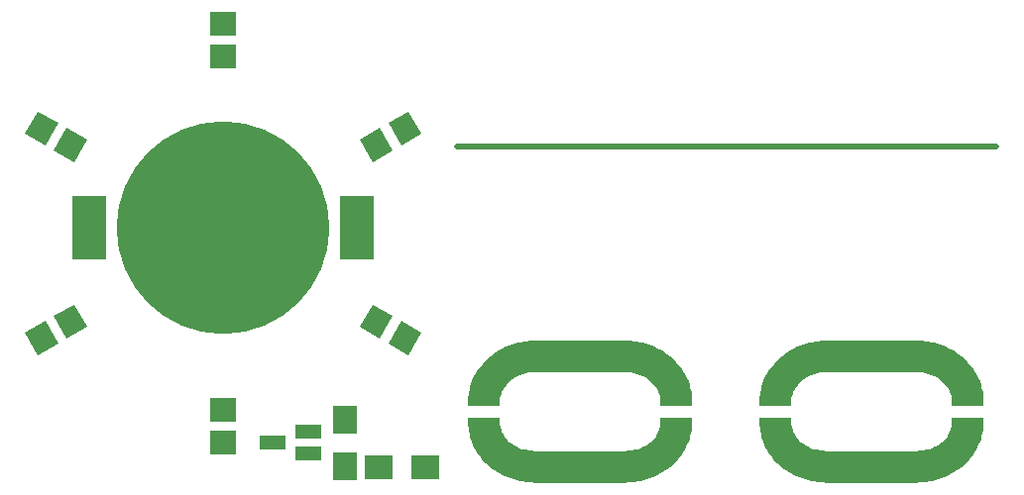
<source format=gts>
G04 #@! TF.FileFunction,Soldermask,Top*
%FSLAX46Y46*%
G04 Gerber Fmt 4.6, Leading zero omitted, Abs format (unit mm)*
G04 Created by KiCad (PCBNEW 4.0.6) date Friday, September 29, 2017 'AMt' 11:30:02 AM*
%MOMM*%
%LPD*%
G01*
G04 APERTURE LIST*
%ADD10C,0.100000*%
%ADD11C,0.508000*%
%ADD12C,18.180000*%
%ADD13R,2.940000X5.480000*%
%ADD14R,2.200860X1.997660*%
%ADD15R,2.300000X1.200000*%
%ADD16R,2.000000X2.400000*%
%ADD17R,2.400000X2.100000*%
G04 APERTURE END LIST*
D10*
G36*
X104095894Y-97226249D02*
X104367679Y-97220513D01*
X104636935Y-97203452D01*
X104903318Y-97175287D01*
X105166486Y-97136241D01*
X105426094Y-97086536D01*
X105681799Y-97026393D01*
X105933258Y-96956033D01*
X106180125Y-96875679D01*
X106422058Y-96785552D01*
X106658713Y-96685875D01*
X106889747Y-96576868D01*
X107114815Y-96458754D01*
X107333574Y-96331755D01*
X107545681Y-96196091D01*
X107750791Y-96051985D01*
X107948560Y-95899659D01*
X108138647Y-95739334D01*
X108320705Y-95571232D01*
X108494393Y-95395575D01*
X108659365Y-95212585D01*
X108815279Y-95022483D01*
X108961791Y-94825491D01*
X109098557Y-94621831D01*
X109225234Y-94411724D01*
X109341477Y-94195393D01*
X109446943Y-93973059D01*
X109541288Y-93744944D01*
X109624170Y-93511269D01*
X109695243Y-93272257D01*
X109754164Y-93028129D01*
X109800590Y-92779106D01*
X109834177Y-92525411D01*
X109854581Y-92267266D01*
X109861459Y-92004891D01*
X109861911Y-91673751D01*
X107152577Y-91673751D01*
X107152126Y-92004891D01*
X107140569Y-92230732D01*
X107106398Y-92451461D01*
X107050363Y-92666135D01*
X106973214Y-92873808D01*
X106875700Y-93073535D01*
X106758570Y-93264371D01*
X106622575Y-93445371D01*
X106468463Y-93615590D01*
X106296986Y-93774082D01*
X106108891Y-93919904D01*
X105904930Y-94052109D01*
X105685851Y-94169754D01*
X105452405Y-94271891D01*
X105205340Y-94357578D01*
X104945407Y-94425868D01*
X104673356Y-94475817D01*
X104389935Y-94506479D01*
X104095894Y-94516910D01*
X96487654Y-94516910D01*
X96193614Y-94506479D01*
X95910194Y-94475817D01*
X95638142Y-94425868D01*
X95378209Y-94357578D01*
X95131145Y-94271891D01*
X94897699Y-94169754D01*
X94678620Y-94052109D01*
X94474659Y-93919904D01*
X94286564Y-93774082D01*
X94115086Y-93615590D01*
X93960975Y-93445371D01*
X93824979Y-93264371D01*
X93707849Y-93073535D01*
X93610335Y-92873808D01*
X93533185Y-92666135D01*
X93477150Y-92451461D01*
X93442979Y-92230732D01*
X93431423Y-92004891D01*
X93443347Y-91673751D01*
X90734013Y-91673751D01*
X90722089Y-92004891D01*
X90728967Y-92267266D01*
X90749371Y-92525411D01*
X90782958Y-92779106D01*
X90829384Y-93028129D01*
X90888306Y-93272257D01*
X90959379Y-93511269D01*
X91042260Y-93744944D01*
X91136606Y-93973059D01*
X91242072Y-94195393D01*
X91358315Y-94411724D01*
X91484992Y-94621831D01*
X91621758Y-94825491D01*
X91768270Y-95022483D01*
X91924184Y-95212585D01*
X92089156Y-95395575D01*
X92262844Y-95571232D01*
X92444903Y-95739334D01*
X92634989Y-95899659D01*
X92832759Y-96051985D01*
X93037869Y-96196091D01*
X93249975Y-96331755D01*
X93468734Y-96458754D01*
X93693802Y-96576868D01*
X93924836Y-96685875D01*
X94161491Y-96785552D01*
X94403424Y-96875679D01*
X94650292Y-96956033D01*
X94901750Y-97026393D01*
X95157454Y-97086536D01*
X95417063Y-97136241D01*
X95680230Y-97175287D01*
X95946614Y-97203452D01*
X96215870Y-97220513D01*
X96487654Y-97226249D01*
X104095894Y-97226249D01*
X104095894Y-97226249D01*
G37*
G36*
X96488106Y-85069751D02*
X96216321Y-85075487D01*
X95947065Y-85092548D01*
X95680682Y-85120713D01*
X95417514Y-85159759D01*
X95157906Y-85209464D01*
X94902201Y-85269607D01*
X94650742Y-85339967D01*
X94403875Y-85420321D01*
X94161942Y-85510448D01*
X93925287Y-85610125D01*
X93694253Y-85719132D01*
X93469185Y-85837246D01*
X93250426Y-85964245D01*
X93038319Y-86099909D01*
X92833209Y-86244015D01*
X92635440Y-86396341D01*
X92445353Y-86556666D01*
X92263295Y-86724768D01*
X92089607Y-86900425D01*
X91924635Y-87083415D01*
X91768721Y-87273517D01*
X91622209Y-87470509D01*
X91485443Y-87674169D01*
X91358766Y-87884276D01*
X91242523Y-88100607D01*
X91137057Y-88322941D01*
X91042712Y-88551056D01*
X90959830Y-88784731D01*
X90888757Y-89023743D01*
X90829836Y-89267871D01*
X90783410Y-89516894D01*
X90749823Y-89770589D01*
X90729419Y-90028734D01*
X90722541Y-90291109D01*
X90722089Y-90622249D01*
X93431423Y-90622249D01*
X93431874Y-90291109D01*
X93443431Y-90065268D01*
X93477602Y-89844539D01*
X93533637Y-89629865D01*
X93610786Y-89422192D01*
X93708300Y-89222465D01*
X93825430Y-89031629D01*
X93961425Y-88850629D01*
X94115537Y-88680410D01*
X94287014Y-88521918D01*
X94475109Y-88376096D01*
X94679070Y-88243891D01*
X94898149Y-88126246D01*
X95131595Y-88024109D01*
X95378660Y-87938422D01*
X95638593Y-87870132D01*
X95910644Y-87820183D01*
X96194065Y-87789521D01*
X96488106Y-87779090D01*
X104096346Y-87779090D01*
X104390386Y-87789521D01*
X104673806Y-87820183D01*
X104945858Y-87870132D01*
X105205791Y-87938422D01*
X105452855Y-88024109D01*
X105686301Y-88126246D01*
X105905380Y-88243891D01*
X106109341Y-88376096D01*
X106297436Y-88521918D01*
X106468914Y-88680410D01*
X106623025Y-88850629D01*
X106759021Y-89031629D01*
X106876151Y-89222465D01*
X106973665Y-89422192D01*
X107050815Y-89629865D01*
X107106850Y-89844539D01*
X107141021Y-90065268D01*
X107152577Y-90291109D01*
X107140653Y-90622249D01*
X109849987Y-90622249D01*
X109861911Y-90291109D01*
X109855033Y-90028734D01*
X109834629Y-89770589D01*
X109801042Y-89516894D01*
X109754616Y-89267871D01*
X109695694Y-89023743D01*
X109624621Y-88784731D01*
X109541740Y-88551056D01*
X109447394Y-88322941D01*
X109341928Y-88100607D01*
X109225685Y-87884276D01*
X109099008Y-87674169D01*
X108962242Y-87470509D01*
X108815730Y-87273517D01*
X108659816Y-87083415D01*
X108494844Y-86900425D01*
X108321156Y-86724768D01*
X108139097Y-86556666D01*
X107949011Y-86396341D01*
X107751241Y-86244015D01*
X107546131Y-86099909D01*
X107334025Y-85964245D01*
X107115266Y-85837246D01*
X106890198Y-85719132D01*
X106659164Y-85610125D01*
X106422509Y-85510448D01*
X106180576Y-85420321D01*
X105933708Y-85339967D01*
X105682250Y-85269607D01*
X105426546Y-85209464D01*
X105166937Y-85159759D01*
X104903770Y-85120713D01*
X104637386Y-85092548D01*
X104368130Y-85075487D01*
X104096346Y-85069751D01*
X96488106Y-85069751D01*
X96488106Y-85069751D01*
G37*
G36*
X128987894Y-97226249D02*
X129259679Y-97220513D01*
X129528935Y-97203452D01*
X129795318Y-97175287D01*
X130058486Y-97136241D01*
X130318094Y-97086536D01*
X130573799Y-97026393D01*
X130825258Y-96956033D01*
X131072125Y-96875679D01*
X131314058Y-96785552D01*
X131550713Y-96685875D01*
X131781747Y-96576868D01*
X132006815Y-96458754D01*
X132225574Y-96331755D01*
X132437681Y-96196091D01*
X132642791Y-96051985D01*
X132840560Y-95899659D01*
X133030647Y-95739334D01*
X133212705Y-95571232D01*
X133386393Y-95395575D01*
X133551365Y-95212585D01*
X133707279Y-95022483D01*
X133853791Y-94825491D01*
X133990557Y-94621831D01*
X134117234Y-94411724D01*
X134233477Y-94195393D01*
X134338943Y-93973059D01*
X134433288Y-93744944D01*
X134516170Y-93511269D01*
X134587243Y-93272257D01*
X134646164Y-93028129D01*
X134692590Y-92779106D01*
X134726177Y-92525411D01*
X134746581Y-92267266D01*
X134753459Y-92004891D01*
X134753911Y-91673751D01*
X132044577Y-91673751D01*
X132044126Y-92004891D01*
X132032569Y-92230732D01*
X131998398Y-92451461D01*
X131942363Y-92666135D01*
X131865214Y-92873808D01*
X131767700Y-93073535D01*
X131650570Y-93264371D01*
X131514575Y-93445371D01*
X131360463Y-93615590D01*
X131188986Y-93774082D01*
X131000891Y-93919904D01*
X130796930Y-94052109D01*
X130577851Y-94169754D01*
X130344405Y-94271891D01*
X130097340Y-94357578D01*
X129837407Y-94425868D01*
X129565356Y-94475817D01*
X129281935Y-94506479D01*
X128987894Y-94516910D01*
X121379654Y-94516910D01*
X121085614Y-94506479D01*
X120802194Y-94475817D01*
X120530142Y-94425868D01*
X120270209Y-94357578D01*
X120023145Y-94271891D01*
X119789699Y-94169754D01*
X119570620Y-94052109D01*
X119366659Y-93919904D01*
X119178564Y-93774082D01*
X119007086Y-93615590D01*
X118852975Y-93445371D01*
X118716979Y-93264371D01*
X118599849Y-93073535D01*
X118502335Y-92873808D01*
X118425185Y-92666135D01*
X118369150Y-92451461D01*
X118334979Y-92230732D01*
X118323423Y-92004891D01*
X118335347Y-91673751D01*
X115626013Y-91673751D01*
X115614089Y-92004891D01*
X115620967Y-92267266D01*
X115641371Y-92525411D01*
X115674958Y-92779106D01*
X115721384Y-93028129D01*
X115780306Y-93272257D01*
X115851379Y-93511269D01*
X115934260Y-93744944D01*
X116028606Y-93973059D01*
X116134072Y-94195393D01*
X116250315Y-94411724D01*
X116376992Y-94621831D01*
X116513758Y-94825491D01*
X116660270Y-95022483D01*
X116816184Y-95212585D01*
X116981156Y-95395575D01*
X117154844Y-95571232D01*
X117336903Y-95739334D01*
X117526989Y-95899659D01*
X117724759Y-96051985D01*
X117929869Y-96196091D01*
X118141975Y-96331755D01*
X118360734Y-96458754D01*
X118585802Y-96576868D01*
X118816836Y-96685875D01*
X119053491Y-96785552D01*
X119295424Y-96875679D01*
X119542292Y-96956033D01*
X119793750Y-97026393D01*
X120049454Y-97086536D01*
X120309063Y-97136241D01*
X120572230Y-97175287D01*
X120838614Y-97203452D01*
X121107870Y-97220513D01*
X121379654Y-97226249D01*
X128987894Y-97226249D01*
X128987894Y-97226249D01*
G37*
G36*
X121380106Y-85069751D02*
X121108321Y-85075487D01*
X120839065Y-85092548D01*
X120572682Y-85120713D01*
X120309514Y-85159759D01*
X120049906Y-85209464D01*
X119794201Y-85269607D01*
X119542742Y-85339967D01*
X119295875Y-85420321D01*
X119053942Y-85510448D01*
X118817287Y-85610125D01*
X118586253Y-85719132D01*
X118361185Y-85837246D01*
X118142426Y-85964245D01*
X117930319Y-86099909D01*
X117725209Y-86244015D01*
X117527440Y-86396341D01*
X117337353Y-86556666D01*
X117155295Y-86724768D01*
X116981607Y-86900425D01*
X116816635Y-87083415D01*
X116660721Y-87273517D01*
X116514209Y-87470509D01*
X116377443Y-87674169D01*
X116250766Y-87884276D01*
X116134523Y-88100607D01*
X116029057Y-88322941D01*
X115934712Y-88551056D01*
X115851830Y-88784731D01*
X115780757Y-89023743D01*
X115721836Y-89267871D01*
X115675410Y-89516894D01*
X115641823Y-89770589D01*
X115621419Y-90028734D01*
X115614541Y-90291109D01*
X115614089Y-90622249D01*
X118323423Y-90622249D01*
X118323874Y-90291109D01*
X118335431Y-90065268D01*
X118369602Y-89844539D01*
X118425637Y-89629865D01*
X118502786Y-89422192D01*
X118600300Y-89222465D01*
X118717430Y-89031629D01*
X118853425Y-88850629D01*
X119007537Y-88680410D01*
X119179014Y-88521918D01*
X119367109Y-88376096D01*
X119571070Y-88243891D01*
X119790149Y-88126246D01*
X120023595Y-88024109D01*
X120270660Y-87938422D01*
X120530593Y-87870132D01*
X120802644Y-87820183D01*
X121086065Y-87789521D01*
X121380106Y-87779090D01*
X128988346Y-87779090D01*
X129282386Y-87789521D01*
X129565806Y-87820183D01*
X129837858Y-87870132D01*
X130097791Y-87938422D01*
X130344855Y-88024109D01*
X130578301Y-88126246D01*
X130797380Y-88243891D01*
X131001341Y-88376096D01*
X131189436Y-88521918D01*
X131360914Y-88680410D01*
X131515025Y-88850629D01*
X131651021Y-89031629D01*
X131768151Y-89222465D01*
X131865665Y-89422192D01*
X131942815Y-89629865D01*
X131998850Y-89844539D01*
X132033021Y-90065268D01*
X132044577Y-90291109D01*
X132032653Y-90622249D01*
X134741987Y-90622249D01*
X134753911Y-90291109D01*
X134747033Y-90028734D01*
X134726629Y-89770589D01*
X134693042Y-89516894D01*
X134646616Y-89267871D01*
X134587694Y-89023743D01*
X134516621Y-88784731D01*
X134433740Y-88551056D01*
X134339394Y-88322941D01*
X134233928Y-88100607D01*
X134117685Y-87884276D01*
X133991008Y-87674169D01*
X133854242Y-87470509D01*
X133707730Y-87273517D01*
X133551816Y-87083415D01*
X133386844Y-86900425D01*
X133213156Y-86724768D01*
X133031097Y-86556666D01*
X132841011Y-86396341D01*
X132643241Y-86244015D01*
X132438131Y-86099909D01*
X132226025Y-85964245D01*
X132007266Y-85837246D01*
X131782198Y-85719132D01*
X131551164Y-85610125D01*
X131314509Y-85510448D01*
X131072576Y-85420321D01*
X130825708Y-85339967D01*
X130574250Y-85269607D01*
X130318546Y-85209464D01*
X130058937Y-85159759D01*
X129795770Y-85120713D01*
X129529386Y-85092548D01*
X129260130Y-85075487D01*
X128988346Y-85069751D01*
X121380106Y-85069751D01*
X121380106Y-85069751D01*
G37*
D11*
X89781311Y-68446080D02*
X135856920Y-68446080D01*
X135856920Y-68446080D02*
X89781311Y-68446080D01*
D12*
X69812000Y-75400000D03*
D13*
X58382000Y-75400000D03*
X81242000Y-75400000D03*
D10*
G36*
X57056232Y-82000655D02*
X58156662Y-83906655D01*
X56426638Y-84905485D01*
X55326208Y-82999485D01*
X57056232Y-82000655D01*
X57056232Y-82000655D01*
G37*
G36*
X54596962Y-83420515D02*
X55697392Y-85326515D01*
X53967368Y-86325345D01*
X52866938Y-84419345D01*
X54596962Y-83420515D01*
X54596962Y-83420515D01*
G37*
D14*
X69812000Y-90998140D03*
X69812000Y-93837860D03*
D10*
G36*
X81467338Y-83906655D02*
X82567768Y-82000655D01*
X84297792Y-82999485D01*
X83197362Y-84905485D01*
X81467338Y-83906655D01*
X81467338Y-83906655D01*
G37*
G36*
X83926608Y-85326515D02*
X85027038Y-83420515D01*
X86757062Y-84419345D01*
X85656632Y-86325345D01*
X83926608Y-85326515D01*
X83926608Y-85326515D01*
G37*
D14*
X69812000Y-60817860D03*
X69812000Y-57978140D03*
D10*
G36*
X58156662Y-67909345D02*
X57056232Y-69815345D01*
X55326208Y-68816515D01*
X56426638Y-66910515D01*
X58156662Y-67909345D01*
X58156662Y-67909345D01*
G37*
G36*
X55697392Y-66489485D02*
X54596962Y-68395485D01*
X52866938Y-67396655D01*
X53967368Y-65490655D01*
X55697392Y-66489485D01*
X55697392Y-66489485D01*
G37*
G36*
X82567768Y-69815345D02*
X81467338Y-67909345D01*
X83197362Y-66910515D01*
X84297792Y-68816515D01*
X82567768Y-69815345D01*
X82567768Y-69815345D01*
G37*
G36*
X85027038Y-68395485D02*
X83926608Y-66489485D01*
X85656632Y-65490655D01*
X86757062Y-67396655D01*
X85027038Y-68395485D01*
X85027038Y-68395485D01*
G37*
D15*
X77027140Y-94749860D03*
X77027140Y-92849860D03*
X74027140Y-93799860D03*
D16*
X80161140Y-95837860D03*
X80161140Y-91837860D03*
D17*
X83090000Y-95885000D03*
X87090000Y-95885000D03*
M02*

</source>
